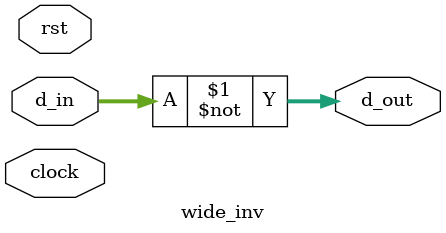
<source format=v>
module wide_inv(	// file.cleaned.mlir:2:3
  input  [31:0] d_in,	// file.cleaned.mlir:2:26
  input         clock,	// file.cleaned.mlir:2:42
                rst,	// file.cleaned.mlir:2:58
  output [31:0] d_out	// file.cleaned.mlir:2:73
);

  assign d_out = ~d_in;	// file.cleaned.mlir:4:10, :5:5
endmodule


</source>
